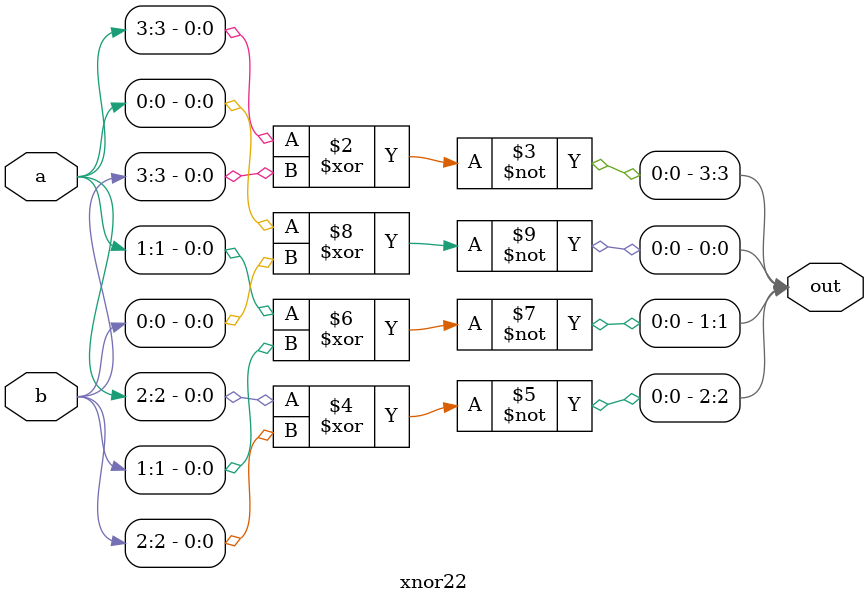
<source format=v>
module xnor22 (
    input wire [3:0] a,
    input wire [3:0] b,
    output reg [3:0] out
);

always @(*) begin

    out[3] = ~(a[3] ^ b[3]);
    out[2] = ~(a[2] ^ b[2]);
    out[1] = ~(a[1] ^ b[1]);
    out[0] = ~(a[0] ^ b[0]);

end


endmodule
</source>
